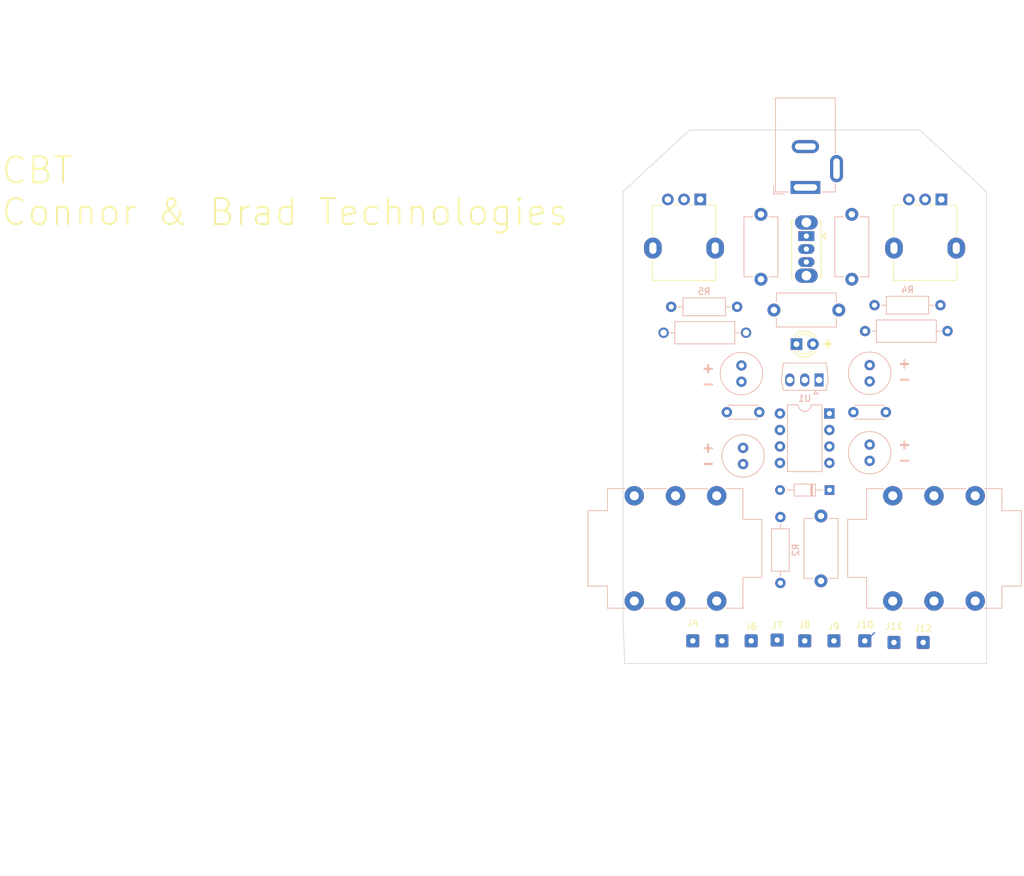
<source format=kicad_pcb>
(kicad_pcb (version 20240108) (generator "pcbnew") (generator_version "8.0")
  (layers (0 "F.Cu" signal) (31 "B.Cu" signal) (34 "B.Paste" user) (35 "F.Paste" user) (36 "B.SilkS" user "B.Silkscreen") (37 "F.SilkS" user "F.Silkscreen") (38 "B.Mask" user) (39 "F.Mask" user) (44 "Edge.Cuts" user))
  (net 0 "")
  (net 1 "+9V")
  (net 2 "0")
  (net 3 "Net-(C2-Pad2)")
  (net 4 "Audio In")
  (net 5 "Net-(SW1-C)")
  (net 6 "Net-(Q1-B)")
  (net 7 "Net-(Q1-C)")
  (net 8 "Net-(Q1-E)")
  (net 9 "Net-(SW1-A)")
  (net 12 "-9V")
  (net 13 "Net-(U1-CAP-)")
  (net 14 "Net-(D1-K)")
  (net 15 "Net-(J4-Pin_1)")
  (net 16 "Processed to SW")
  (net 17 "Power from 9V")
  (net 18 "Net-(J7-Pin_1)")
  (footprint "Connector_Wire:SolderWire-0.25sqmm_1x01_D0.65mm_OD2mm" (layer "F.Cu") (at 142 103.75)
    (property "Reference" "J6" (at 0 -2.2 0) (layer "F.SilkS"))
    (property "Value" "Processed to SW" (hide yes))
    (pad "1" thru_hole roundrect (at 0 0) (size 2 2) (drill 0.85) (layers "*.Cu" "*.Mask") (roundrect_rratio 0.125) (net 16 "Processed to SW"))
  )
  (footprint "Connector_Wire:SolderWire-0.25sqmm_1x01_D0.65mm_OD2mm" (layer "F.Cu") (at 137.5 103.75)
    (property "Reference" "J5" (hide yes))
    (property "Value" "Audio In" (hide yes))
    (pad "1" thru_hole roundrect (at 0 0) (size 2 2) (drill 0.85) (layers "*.Cu" "*.Mask") (roundrect_rratio 0.125) (net 4 "Audio In"))
  )
  (footprint "Button_Switch_THT:SW_Slide_SPDT_Straight_CK_OS102011MS2Q" (layer "F.Cu") (at 150.5 41.35 -90)
    (property "Reference" "SW1" (hide yes))
    (property "Value" "SW_Nidec_CAS-120A1" (hide yes))
    (fp_line (start -2.41 2.26) (end -2.41 1.95) (stroke (width 0.12)) (layer "F.SilkS"))
    (fp_line (start 6.41 2.26) (end -2.41 2.26) (stroke (width 0.12)) (layer "F.SilkS"))
    (fp_line (start 6.41 2.26) (end 6.41 1.95) (stroke (width 0.12)) (layer "F.SilkS"))
    (fp_line (start -2.41 -1.95) (end -2.41 -2.26) (stroke (width 0.12)) (layer "F.SilkS"))
    (fp_line (start -2.41 -2.26) (end 6.41 -2.26) (stroke (width 0.12)) (layer "F.SilkS"))
    (fp_line (start 6.41 -2.26) (end 6.41 -1.95) (stroke (width 0.12)) (layer "F.SilkS"))
    (fp_line (start 0 -2.46) (end 0.5 -2.96) (stroke (width 0.12)) (layer "F.SilkS"))
    (fp_line (start -0.5 -2.96) (end 0 -2.46) (stroke (width 0.12)) (layer "F.SilkS"))
    (fp_line (start 0.5 -2.96) (end -0.5 -2.96) (stroke (width 0.12)) (layer "F.SilkS"))
    (pad "" thru_hole oval (at -2.1 0 270) (size 2.2 3.5) (drill 1.5) (layers "*.Cu" "*.Mask"))
    (pad "" thru_hole oval (at 6.1 0 270) (size 2.2 3.5) (drill 1.5) (layers "*.Cu" "*.Mask"))
    (pad "1" thru_hole rect (at 0 0 270) (size 1.5 2.5) (drill 0.8) (layers "*.Cu" "*.Mask") (net 5 "Net-(SW1-C)"))
    (pad "2" thru_hole oval (at 2 0 270) (size 1.5 2.5) (drill 0.8) (layers "*.Cu" "*.Mask") (net 4 "Audio In"))
    (pad "3" thru_hole oval (at 4 0 270) (size 1.5 2.5) (drill 0.8) (layers "*.Cu" "*.Mask") (net 9 "Net-(SW1-A)"))
  )
  (footprint "LED_THT:LED_D3.0mm" (layer "F.Cu") (at 148.975 58)
    (property "Reference" "D1" (hide yes))
    (property "Value" "LED" (hide yes))
    (fp_line (start -0.29 -1.236) (end -0.29 -1.08) (stroke (width 0.12)) (layer "F.SilkS"))
    (fp_line (start -0.29 1.08) (end -0.29 1.236) (stroke (width 0.12)) (layer "F.SilkS"))
    (fp_arc (start -0.29 -1.235516) (mid 1.366487 -1.987659) (end 2.942335 -1.078608) (stroke (width 0.12)) (layer "F.SilkS"))
    (fp_arc (start 0.229039 -1.08) (mid 1.270117 -1.5) (end 2.31113 -1.079837) (stroke (width 0.12)) (layer "F.SilkS"))
    (fp_arc (start 2.31113 1.079837) (mid 1.270117 1.5) (end 0.229039 1.08) (stroke (width 0.12)) (layer "F.SilkS"))
    (fp_arc (start 2.942335 1.078608) (mid 1.366487 1.987659) (end -0.29 1.235516) (stroke (width 0.12)) (layer "F.SilkS"))
    (pad "1" thru_hole rect (at 0 0) (size 1.8 1.8) (drill 0.9) (layers "*.Cu" "*.Mask") (net 14 "Net-(D1-K)"))
    (pad "2" thru_hole circle (at 2.54 0) (size 1.8 1.8) (drill 0.9) (layers "*.Cu" "*.Mask") (net 1 "+9V"))
  )
  (footprint "Connector_Wire:SolderWire-0.25sqmm_1x01_D0.65mm_OD2mm" (layer "F.Cu") (at 146 103.625)
    (property "Reference" "J7" (at 0 -2.25 0) (layer "F.SilkS"))
    (property "Value" "Bypass" (hide yes))
    (pad "1" thru_hole roundrect (at 0 0) (size 2 2) (drill 0.85) (layers "*.Cu" "*.Mask") (roundrect_rratio 0.125) (net 18 "Net-(J7-Pin_1)"))
  )
  (footprint "Connector_Wire:SolderWire-0.25sqmm_1x01_D0.65mm_OD2mm" (layer "F.Cu") (at 150.25 103.75)
    (property "Reference" "J8" (at 0 -2.5 0) (layer "F.SilkS"))
    (property "Value" "Processed Out" (hide yes))
    (pad "1" thru_hole roundrect (at 0 0) (size 2 2) (drill 0.85) (layers "*.Cu" "*.Mask") (roundrect_rratio 0.125) (net 18 "Net-(J7-Pin_1)"))
  )
  (footprint "Connector_Wire:SolderWire-0.25sqmm_1x01_D0.65mm_OD2mm" (layer "F.Cu") (at 154.75 103.75)
    (property "Reference" "J9" (at 0 -2.2 0) (layer "F.SilkS"))
    (property "Value" "Power from 9V to SW" (hide yes))
    (pad "1" thru_hole roundrect (at 0 0) (size 2 2) (drill 0.85) (layers "*.Cu" "*.Mask") (roundrect_rratio 0.125) (net 17 "Power from 9V"))
  )
  (footprint "Potentiometer_THT:Potentiometer_Alpha_RD901F-40-00D_Single_Vertical" (layer "F.Cu") (at 134.15 35.7 -90)
    (property "Reference" "RV1" (hide yes))
    (property "Value" "10KA" (hide yes))
    (fp_line (start 0.88 7.37) (end 5.6 7.37) (stroke (width 0.12)) (layer "F.SilkS"))
    (fp_line (start 0.88 7.37) (end 0.88 5.88) (stroke (width 0.12)) (layer "F.SilkS"))
    (fp_line (start 9.41 7.37) (end 12.47 7.37) (stroke (width 0.12)) (layer "F.SilkS"))
    (fp_line (start 12.47 7.37) (end 12.47 -2.37) (stroke (width 0.12)) (layer "F.SilkS"))
    (fp_line (start 0.88 4.16) (end 0.88 3.33) (stroke (width 0.12)) (layer "F.SilkS"))
    (fp_line (start 0.88 1.71) (end 0.88 1.18) (stroke (width 0.12)) (layer "F.SilkS"))
    (fp_line (start 0.88 -1.19) (end 0.88 -2.37) (stroke (width 0.12)) (layer "F.SilkS"))
    (fp_line (start 9.41 -2.37) (end 12.47 -2.37) (stroke (width 0.12)) (layer "F.SilkS"))
    (fp_line (start 0.88 -2.38) (end 5.6 -2.38) (stroke (width 0.12)) (layer "F.SilkS"))
    (pad "" thru_hole oval (at 7.5 -2.3) (size 2.72 3.24) (drill oval 1.1 1.8) (layers "*.Cu" "*.Mask"))
    (pad "" thru_hole oval (at 7.5 7.3) (size 2.72 3.24) (drill oval 1.1 1.8) (layers "*.Cu" "*.Mask"))
    (pad "1" thru_hole rect (at 0 0) (size 1.8 1.8) (drill 1) (layers "*.Cu" "*.Mask") (net 12 "-9V"))
    (pad "2" thru_hole circle (at 0 2.5) (size 1.8 1.8) (drill 1) (layers "*.Cu" "*.Mask") (net 3 "Net-(C2-Pad2)"))
    (pad "3" thru_hole circle (at 0 5) (size 1.8 1.8) (drill 1) (layers "*.Cu" "*.Mask") (net 7 "Net-(Q1-C)"))
  )
  (footprint "Connector_Wire:SolderWire-0.25sqmm_1x01_D0.65mm_OD2mm" (layer "F.Cu") (at 133 103.75)
    (property "Reference" "J4" (at 0 -2.75 0) (layer "F.SilkS"))
    (property "Value" "Signal In" (hide yes))
    (pad "1" thru_hole roundrect (at 0 0) (size 2 2) (drill 0.85) (layers "*.Cu" "*.Mask") (roundrect_rratio 0.125) (net 15 "Net-(J4-Pin_1)"))
  )
  (footprint "Connector_Wire:SolderWire-0.25sqmm_1x01_D0.65mm_OD2mm" (layer "F.Cu") (at 159.5 103.75)
    (property "Reference" "J10" (at 0 -2.5 0) (layer "F.SilkS"))
    (property "Value" "Power from SW to PS" (hide yes))
    (pad "1" thru_hole roundrect (at 0 0) (size 2 2) (drill 0.85) (layers "*.Cu" "*.Mask") (roundrect_rratio 0.125) (net 1 "+9V"))
  )
  (footprint "Connector_Wire:SolderWire-0.25sqmm_1x01_D0.65mm_OD2mm" (layer "F.Cu") (at 164 104)
    (property "Reference" "J11" (at 0 -2.5 0) (layer "F.SilkS"))
    (property "Value" "+9V" (hide yes))
    (pad "1" thru_hole roundrect (at 0 0) (size 2 2) (drill 0.85) (layers "*.Cu" "*.Mask") (roundrect_rratio 0.125) (net 17 "Power from 9V"))
  )
  (footprint "Connector_Wire:SolderWire-0.25sqmm_1x01_D0.65mm_OD2mm" (layer "F.Cu") (at 168.5 104)
    (property "Reference" "J12" (at 0 -2.2 0) (layer "F.SilkS"))
    (property "Value" "-9V" (hide yes))
    (pad "1" thru_hole roundrect (at 0 0) (size 2 2) (drill 0.85) (layers "*.Cu" "*.Mask") (roundrect_rratio 0.125) (net 2 "0"))
  )
  (footprint "Potentiometer_THT:Potentiometer_Alpha_RD901F-40-00D_Single_Vertical" (layer "F.Cu") (at 171.3 35.7 -90)
    (property "Reference" "RV2" (hide yes))
    (property "Value" "100K" (hide yes))
    (fp_line (start 0.88 7.37) (end 5.6 7.37) (stroke (width 0.12)) (layer "F.SilkS"))
    (fp_line (start 0.88 7.37) (end 0.88 5.88) (stroke (width 0.12)) (layer "F.SilkS"))
    (fp_line (start 9.41 7.37) (end 12.47 7.37) (stroke (width 0.12)) (layer "F.SilkS"))
    (fp_line (start 12.47 7.37) (end 12.47 -2.37) (stroke (width 0.12)) (layer "F.SilkS"))
    (fp_line (start 0.88 4.16) (end 0.88 3.33) (stroke (width 0.12)) (layer "F.SilkS"))
    (fp_line (start 0.88 1.71) (end 0.88 1.18) (stroke (width 0.12)) (layer "F.SilkS"))
    (fp_line (start 0.88 -1.19) (end 0.88 -2.37) (stroke (width 0.12)) (layer "F.SilkS"))
    (fp_line (start 9.41 -2.37) (end 12.47 -2.37) (stroke (width 0.12)) (layer "F.SilkS"))
    (fp_line (start 0.88 -2.38) (end 5.6 -2.38) (stroke (width 0.12)) (layer "F.SilkS"))
    (pad "" thru_hole oval (at 7.5 -2.3) (size 2.72 3.24) (drill oval 1.1 1.8) (layers "*.Cu" "*.Mask"))
    (pad "" thru_hole oval (at 7.5 7.3) (size 2.72 3.24) (drill oval 1.1 1.8) (layers "*.Cu" "*.Mask"))
    (pad "1" thru_hole rect (at 0 0) (size 1.8 1.8) (drill 1) (layers "*.Cu" "*.Mask") (net 6 "Net-(Q1-B)"))
    (pad "2" thru_hole circle (at 0 2.5) (size 1.8 1.8) (drill 1) (layers "*.Cu" "*.Mask") (net 2 "0"))
    (pad "3" thru_hole circle (at 0 5) (size 1.8 1.8) (drill 1) (layers "*.Cu" "*.Mask") (net 2 "0"))
  )
  (footprint "Capacitor_THT:C_Disc_D4.3mm_W1.9mm_P5.00mm" (layer "B.Cu") (at 143.25 68.5 180)
    (property "Reference" "C7" (hide yes))
    (property "Value" "100n")
    (fp_line (start 4.77 1.07) (end 0.23 1.07) (stroke (width 0.12)) (layer "B.SilkS"))
    (fp_line (start 4.77 1.055) (end 4.77 1.07) (stroke (width 0.12)) (layer "B.SilkS"))
    (fp_line (start 4.77 -1.07) (end 4.77 -1.055) (stroke (width 0.12)) (layer "B.SilkS"))
    (fp_line (start 4.77 -1.07) (end 0.23 -1.07) (stroke (width 0.12)) (layer "B.SilkS"))
    (fp_line (start 0.23 1.055) (end 0.23 1.07) (stroke (width 0.12)) (layer "B.SilkS"))
    (fp_line (start 0.23 -1.07) (end 0.23 -1.055) (stroke (width 0.12)) (layer "B.SilkS"))
    (pad "1" thru_hole circle (at 0 0 180) (size 1.6 1.6) (drill 0.8) (layers "*.Cu" "*.Mask") (net 1 "+9V"))
    (pad "2" thru_hole circle (at 5 0 180) (size 1.6 1.6) (drill 0.8) (layers "*.Cu" "*.Mask") (net 12 "-9V"))
  )
  (footprint "Package_TO_SOT_THT:NEC_Molded_7x4x9mm" (layer "B.Cu") (at 151.95 63.528 180)
    (property "Reference" "Q1" (hide yes))
    (property "Value" "OC44")
    (fp_line (start 5.3 0) (end 5 -1.6) (stroke (width 0.12)) (layer "B.SilkS"))
    (fp_line (start 5 2.6) (end 5.3 0) (stroke (width 0.12)) (layer "B.SilkS"))
    (fp_line (start 5 -1.6) (end -1.6 -1.6) (stroke (width 0.12)) (layer "B.SilkS"))
    (fp_line (start 0.381 -2.159) (end -0.381 -2.159) (stroke (width 0.12)) (layer "B.SilkS"))
    (fp_line (start 0 -1.778) (end 0.381 -2.159) (stroke (width 0.12)) (layer "B.SilkS"))
    (fp_line (start -0.381 -2.159) (end 0 -1.778) (stroke (width 0.12)) (layer "B.SilkS"))
    (fp_line (start -1.6 -1.6) (end -1.9 0) (stroke (width 0.12)) (layer "B.SilkS"))
    (fp_line (start -1.65 2.6) (end 5 2.6) (stroke (width 0.12)) (layer "B.SilkS"))
    (fp_line (start -1.9 0) (end -1.65 2.6) (stroke (width 0.12)) (layer "B.SilkS"))
    (pad "1" thru_hole rect (at -0.5 0) (size 1.4 2) (drill 1) (layers "*.Cu" "*.Mask") (net 7 "Net-(Q1-C)"))
    (pad "2" thru_hole oval (at 1.7 0) (size 1.4 2) (drill 1) (layers "*.Cu" "*.Mask") (net 6 "Net-(Q1-B)"))
    (pad "3" thru_hole oval (at 4 0) (size 1.4 2) (drill 1) (layers "*.Cu" "*.Mask") (net 8 "Net-(Q1-E)"))
  )
  (footprint "Package_DIP:DIP-8_W7.62mm" (layer "B.Cu") (at 154.05 68.7 180)
    (property "Reference" "U1" (at 3.81 2.33 0) (layer "B.SilkS") (effects (justify mirror)))
    (property "Value" "MAX1044")
    (fp_line (start 6.46 1.33) (end 6.46 -8.95) (stroke (width 0.12)) (layer "B.SilkS"))
    (fp_line (start 6.46 -8.95) (end 1.16 -8.95) (stroke (width 0.12)) (layer "B.SilkS"))
    (fp_line (start 4.81 1.33) (end 6.46 1.33) (stroke (width 0.12)) (layer "B.SilkS"))
    (fp_line (start 1.16 1.33) (end 2.81 1.33) (stroke (width 0.12)) (layer "B.SilkS"))
    (fp_line (start 1.16 -8.95) (end 1.16 1.33) (stroke (width 0.12)) (layer "B.SilkS"))
    (fp_arc (start 2.81 1.33) (mid 3.81 0.33) (end 4.81 1.33) (stroke (width 0.12)) (layer "B.SilkS"))
    (pad "1" thru_hole rect (at 0 0 180) (size 1.6 1.6) (drill 0.8) (layers "*.Cu" "*.Mask") (net 1 "+9V"))
    (pad "2" thru_hole oval (at 0 -2.54 180) (size 1.6 1.6) (drill 0.8) (layers "*.Cu" "*.Mask") (net 2 "0"))
    (pad "3" thru_hole oval (at 0 -5.08 180) (size 1.6 1.6) (drill 0.8) (layers "*.Cu" "*.Mask") (net 2 "0"))
    (pad "4" thru_hole oval (at 0 -7.62 180) (size 1.6 1.6) (drill 0.8) (layers "*.Cu" "*.Mask") (net 13 "Net-(U1-CAP-)"))
    (pad "5" thru_hole oval (at 7.62 -7.62 180) (size 1.6 1.6) (drill 0.8) (layers "*.Cu" "*.Mask") (net 12 "-9V"))
    (pad "6" thru_hole oval (at 7.62 -5.08 180) (size 1.6 1.6) (drill 0.8) (layers "*.Cu" "*.Mask"))
    (pad "7" thru_hole oval (at 7.62 -2.54 180) (size 1.6 1.6) (drill 0.8) (layers "*.Cu" "*.Mask"))
    (pad "8" thru_hole oval (at 7.62 0 180) (size 1.6 1.6) (drill 0.8) (layers "*.Cu" "*.Mask") (net 1 "+9V"))
  )
  (footprint "Resistor_THT:R_Axial_DIN0309_L9.0mm_D3.2mm_P12.70mm_Horizontal" (layer "B.Cu") (at 172.25 56 180)
    (property "Reference" "R1" (hide yes))
    (property "Value" "470")
    (fp_line (start 10.97 1.72) (end 10.97 -1.72) (stroke (width 0.12)) (layer "B.SilkS"))
    (fp_line (start 10.97 0) (end 11.66 0) (stroke (width 0.12)) (layer "B.SilkS"))
    (fp_line (start 10.97 -1.72) (end 1.73 -1.72) (stroke (width 0.12)) (layer "B.SilkS"))
    (fp_line (start 1.73 1.72) (end 10.97 1.72) (stroke (width 0.12)) (layer "B.SilkS"))
    (fp_line (start 1.73 0) (end 1.04 0) (stroke (width 0.12)) (layer "B.SilkS"))
    (fp_line (start 1.73 -1.72) (end 1.73 1.72) (stroke (width 0.12)) (layer "B.SilkS"))
    (pad "1" thru_hole circle (at 0 0 180) (size 1.6 1.6) (drill 0.8) (layers "*.Cu" "*.Mask") (net 12 "-9V"))
    (pad "2" thru_hole oval (at 12.7 0 180) (size 1.6 1.6) (drill 0.8) (layers "*.Cu" "*.Mask") (net 6 "Net-(Q1-B)"))
  )
  (footprint "Capacitor_THT:C_Disc_D4.3mm_W1.9mm_P5.00mm" (layer "B.Cu") (at 162.75 68.5 180)
    (property "Reference" "C10" (hide yes))
    (property "Value" "100n")
    (fp_line (start 4.77 1.07) (end 0.23 1.07) (stroke (width 0.12)) (layer "B.SilkS"))
    (fp_line (start 4.77 1.055) (end 4.77 1.07) (stroke (width 0.12)) (layer "B.SilkS"))
    (fp_line (start 4.77 -1.07) (end 4.77 -1.055) (stroke (width 0.12)) (layer "B.SilkS"))
    (fp_line (start 4.77 -1.07) (end 0.23 -1.07) (stroke (width 0.12)) (layer "B.SilkS"))
    (fp_line (start 0.23 1.055) (end 0.23 1.07) (stroke (width 0.12)) (layer "B.SilkS"))
    (fp_line (start 0.23 -1.07) (end 0.23 -1.055) (stroke (width 0.12)) (layer "B.SilkS"))
    (pad "1" thru_hole circle (at 0 0 180) (size 1.6 1.6) (drill 0.8) (layers "*.Cu" "*.Mask") (net 2 "0"))
    (pad "2" thru_hole circle (at 5 0 180) (size 1.6 1.6) (drill 0.8) (layers "*.Cu" "*.Mask") (net 1 "+9V"))
  )
  (footprint "Connector_BarrelJack:BarrelJack_GCT_DCJ200-10-A_Horizontal" (layer "B.Cu") (at 150.35 33.85)
    (property "Reference" "J3" (hide yes))
    (property "Value" "Jack-DC")
    (fp_line (start -4.9 -0.3) (end -4.9 1) (stroke (width 0.12)) (layer "B.SilkS"))
    (fp_line (start -4.9 1) (end -3.2 1) (stroke (width 0.12)) (layer "B.SilkS"))
    (fp_line (start -4.6 -13.8) (end 4.6 -13.8) (stroke (width 0.12)) (layer "B.SilkS"))
    (fp_line (start -4.6 0.7) (end -4.6 -13.8) (stroke (width 0.12)) (layer "B.SilkS"))
    (fp_line (start -2.6 0.7) (end -4.6 0.7) (stroke (width 0.12)) (layer "B.SilkS"))
    (fp_line (start 4.6 -13.8) (end 4.6 -5.2) (stroke (width 0.12)) (layer "B.SilkS"))
    (fp_line (start 4.6 -0.6) (end 4.6 0.7) (stroke (width 0.12)) (layer "B.SilkS"))
    (fp_line (start 4.6 0.7) (end 2.6 0.7) (stroke (width 0.12)) (layer "B.SilkS"))
    (pad "1" thru_hole rect (at 0 0) (size 4.6 2) (drill oval 3.6 1) (layers "*.Cu" "*.Mask") (net 17 "Power from 9V"))
    (pad "2" thru_hole oval (at 0 -6.3) (size 4.2 2) (drill oval 3.2 1) (layers "*.Cu" "*.Mask") (net 2 "0"))
    (pad "3" thru_hole oval (at 4.8 -2.9) (size 2 4.2) (drill oval 1 3.2) (layers "*.Cu" "*.Mask"))
  )
  (footprint "Resistor_THT:R_Axial_DIN0207_L6.3mm_D2.5mm_P10.16mm_Horizontal" (layer "B.Cu") (at 146.5 94.83 90)
    (property "Reference" "R2" (at 5.08 2.37 90) (layer "B.SilkS") (effects (justify mirror)))
    (property "Value" "1M")
    (fp_line (start 8.35 -1.37) (end 1.81 -1.37) (stroke (width 0.12)) (layer "B.SilkS"))
    (fp_line (start 1.81 -1.37) (end 1.81 1.37) (stroke (width 0.12)) (layer "B.SilkS"))
    (fp_line (start 8.35 0) (end 9.12 0) (stroke (width 0.12)) (layer "B.SilkS"))
    (fp_line (start 1.81 0) (end 1.04 0) (stroke (width 0.12)) (layer "B.SilkS"))
    (fp_line (start 8.35 1.37) (end 8.35 -1.37) (stroke (width 0.12)) (layer "B.SilkS"))
    (fp_line (start 1.81 1.37) (end 8.35 1.37) (stroke (width 0.12)) (layer "B.SilkS"))
    (pad "1" thru_hole circle (at 0 0 90) (size 1.6 1.6) (drill 0.8) (layers "*.Cu" "*.Mask") (net 16 "Processed to SW"))
    (pad "2" thru_hole oval (at 10.16 0 90) (size 1.6 1.6) (drill 0.8) (layers "*.Cu" "*.Mask") (net 2 "0"))
  )
  (footprint "Capacitor_THT:C_Disc_D9.0mm_W5.0mm_P10.00mm" (layer "B.Cu") (at 143.5 48 90)
    (property "Reference" "C4" (hide yes))
    (property "Value" "10n")
    (fp_line (start 9.62 -2.62) (end 0.38 -2.62) (stroke (width 0.12)) (layer "B.SilkS"))
    (fp_line (start 9.62 -2.62) (end 9.62 -1.256) (stroke (width 0.12)) (layer "B.SilkS"))
    (fp_line (start 0.38 -2.62) (end 0.38 -1.256) (stroke (width 0.12)) (layer "B.SilkS"))
    (fp_line (start 9.62 1.256) (end 9.62 2.62) (stroke (width 0.12)) (layer "B.SilkS"))
    (fp_line (start 0.38 1.256) (end 0.38 2.62) (stroke (width 0.12)) (layer "B.SilkS"))
    (fp_line (start 9.62 2.62) (end 0.38 2.62) (stroke (width 0.12)) (layer "B.SilkS"))
    (pad "1" thru_hole circle (at 0 0 90) (size 2 2) (drill 1) (layers "*.Cu" "*.Mask") (net 6 "Net-(Q1-B)"))
    (pad "2" thru_hole circle (at 10 0 90) (size 2 2) (drill 1) (layers "*.Cu" "*.Mask") (net 5 "Net-(SW1-C)"))
  )
  (footprint "Capacitor_THT:C_Disc_D9.0mm_W5.0mm_P10.00mm" (layer "B.Cu") (at 152.75 84.5 -90)
    (property "Reference" "C2" (hide yes))
    (property "Value" "10n")
    (fp_line (start 9.62 2.62) (end 0.38 2.62) (stroke (width 0.12)) (layer "B.SilkS"))
    (fp_line (start 0.38 1.256) (end 0.38 2.62) (stroke (width 0.12)) (layer "B.SilkS"))
    (fp_line (start 9.62 1.256) (end 9.62 2.62) (stroke (width 0.12)) (layer "B.SilkS"))
    (fp_line (start 0.38 -2.62) (end 0.38 -1.256) (stroke (width 0.12)) (layer "B.SilkS"))
    (fp_line (start 9.62 -2.62) (end 9.62 -1.256) (stroke (width 0.12)) (layer "B.SilkS"))
    (fp_line (start 9.62 -2.62) (end 0.38 -2.62) (stroke (width 0.12)) (layer "B.SilkS"))
    (pad "1" thru_hole circle (at 0 0 270) (size 2 2) (drill 1) (layers "*.Cu" "*.Mask") (net 16 "Processed to SW"))
    (pad "2" thru_hole circle (at 10 0 270) (size 2 2) (drill 1) (layers "*.Cu" "*.Mask") (net 3 "Net-(C2-Pad2)"))
  )
  (footprint "Resistor_THT:R_Axial_DIN0207_L6.3mm_D2.5mm_P10.16mm_Horizontal" (layer "B.Cu") (at 139.83 52.25 180)
    (property "Reference" "R5" (at 5.08 2.37 0) (layer "B.SilkS") (effects (justify mirror)))
    (property "Value" "10K")
    (fp_line (start 8.35 1.37) (end 8.35 -1.37) (stroke (width 0.12)) (layer "B.SilkS"))
    (fp_line (start 8.35 0) (end 9.12 0) (stroke (width 0.12)) (layer "B.SilkS"))
    (fp_line (start 8.35 -1.37) (end 1.81 -1.37) (stroke (width 0.12)) (layer "B.SilkS"))
    (fp_line (start 1.81 1.37) (end 8.35 1.37) (stroke (width 0.12)) (layer "B.SilkS"))
    (fp_line (start 1.81 0) (end 1.04 0) (stroke (width 0.12)) (layer "B.SilkS"))
    (fp_line (start 1.81 -1.37) (end 1.81 1.37) (stroke (width 0.12)) (layer "B.SilkS"))
    (pad "1" thru_hole circle (at 0 0 180) (size 1.6 1.6) (drill 0.8) (layers "*.Cu" "*.Mask") (net 14 "Net-(D1-K)"))
    (pad "2" thru_hole oval (at 10.16 0 180) (size 1.6 1.6) (drill 0.8) (layers "*.Cu" "*.Mask") (net 2 "0"))
  )
  (footprint "Capacitor_THT:C_Disc_D9.0mm_W5.0mm_P10.00mm" (layer "B.Cu") (at 145.5 52.75)
    (property "Reference" "C5" (hide yes))
    (property "Value" "5n")
    (fp_line (start 0.38 -2.62) (end 0.38 -1.256) (stroke (width 0.12)) (layer "B.SilkS"))
    (fp_line (start 0.38 1.256) (end 0.38 2.62) (stroke (width 0.12)) (layer "B.SilkS"))
    (fp_line (start 9.62 -2.62) (end 0.38 -2.62) (stroke (width 0.12)) (layer "B.SilkS"))
    (fp_line (start 9.62 -2.62) (end 9.62 -1.256) (stroke (width 0.12)) (layer "B.SilkS"))
    (fp_line (start 9.62 1.256) (end 9.62 2.62) (stroke (width 0.12)) (layer "B.SilkS"))
    (fp_line (start 9.62 2.62) (end 0.38 2.62) (stroke (width 0.12)) (layer "B.SilkS"))
    (pad "1" thru_hole circle (at 0 0) (size 2 2) (drill 1) (layers "*.Cu" "*.Mask") (net 6 "Net-(Q1-B)"))
    (pad "2" thru_hole circle (at 10 0) (size 2 2) (drill 1) (layers "*.Cu" "*.Mask") (net 9 "Net-(SW1-A)"))
  )
  (footprint "Resistor_THT:R_Axial_DIN0207_L6.3mm_D2.5mm_P10.16mm_Horizontal" (layer "B.Cu") (at 171.16 52 180)
    (property "Reference" "R4" (at 5.08 2.37 0) (layer "B.SilkS") (effects (justify mirror)))
    (property "Value" "1M")
    (fp_line (start 8.35 1.37) (end 8.35 -1.37) (stroke (width 0.12)) (layer "B.SilkS"))
    (fp_line (start 8.35 0) (end 9.12 0) (stroke (width 0.12)) (layer "B.SilkS"))
    (fp_line (start 8.35 -1.37) (end 1.81 -1.37) (stroke (width 0.12)) (layer "B.SilkS"))
    (fp_line (start 1.81 1.37) (end 8.35 1.37) (stroke (width 0.12)) (layer "B.SilkS"))
    (fp_line (start 1.81 0) (end 1.04 0) (stroke (width 0.12)) (layer "B.SilkS"))
    (fp_line (start 1.81 -1.37) (end 1.81 1.37) (stroke (width 0.12)) (layer "B.SilkS"))
    (pad "1" thru_hole circle (at 0 0 180) (size 1.6 1.6) (drill 0.8) (layers "*.Cu" "*.Mask") (net 4 "Audio In"))
    (pad "2" thru_hole oval (at 10.16 0 180) (size 1.6 1.6) (drill 0.8) (layers "*.Cu" "*.Mask") (net 2 "0"))
  )
  (footprint "Resistor_THT:R_Axial_DIN0309_L9.0mm_D3.2mm_P12.70mm_Horizontal" (layer "B.Cu") (at 141.2 56.25 180)
    (property "Reference" "R3" (hide yes))
    (property "Value" "3.9K")
    (fp_line (start 10.97 1.72) (end 10.97 -1.72) (stroke (width 0.12)) (layer "B.SilkS"))
    (fp_line (start 10.97 0) (end 11.66 0) (stroke (width 0.12)) (layer "B.SilkS"))
    (fp_line (start 10.97 -1.72) (end 1.73 -1.72) (stroke (width 0.12)) (layer "B.SilkS"))
    (fp_line (start 1.73 1.72) (end 10.97 1.72) (stroke (width 0.12)) (layer "B.SilkS"))
    (fp_line (start 1.73 0) (end 1.04 0) (stroke (width 0.12)) (layer "B.SilkS"))
    (fp_line (start 1.73 -1.72) (end 1.73 1.72) (stroke (width 0.12)) (layer "B.SilkS"))
    (pad "1" thru_hole circle (at 0 0 180) (size 1.6 1.6) (drill 1) (layers "*.Cu" "*.Mask") (net 8 "Net-(Q1-E)"))
    (pad "2" thru_hole oval (at 12.7 0 180) (size 1.6 1.6) (drill 1) (layers "*.Cu" "*.Mask") (net 2 "0"))
  )
  (footprint "1_Custom:9V" (layer "B.Cu") (at 148.5 121.75 -90)
    (property "Reference" "BT1" (hide yes))
    (property "Value" "9V")
  )
  (footprint "Capacitor_THT:C_Radial_D6.3mm_H11.0mm_P2.50mm" (layer "B.Cu") (at 140.75 74 -90)
    (property "Reference" "C6" (hide yes))
    (property "Value" "47u")
    (fp_circle (center 1.25 0) (end 4.52 0) (stroke (width 0.12)) (fill none) (layer "B.SilkS"))
    (pad "1" thru_hole circle (at 0 0 270) (size 1.6 1.6) (drill 0.8) (layers "*.Cu" "*.Mask") (net 1 "+9V"))
    (pad "2" thru_hole circle (at 2.5 0 270) (size 1.6 1.6) (drill 0.8) (layers "*.Cu" "*.Mask") (net 12 "-9V"))
  )
  (footprint "Capacitor_THT:C_Radial_D6.3mm_H11.0mm_P2.50mm" (layer "B.Cu") (at 160.25 61.25 -90)
    (property "Reference" "C9" (hide yes))
    (property "Value" "47u")
    (fp_circle (center 1.25 0) (end 4.52 0) (stroke (width 0.12)) (fill none) (layer "B.SilkS"))
    (pad "1" thru_hole circle (at 0 0 270) (size 1.6 1.6) (drill 0.8) (layers "*.Cu" "*.Mask") (net 1 "+9V"))
    (pad "2" thru_hole circle (at 2.5 0 270) (size 1.6 1.6) (drill 0.8) (layers "*.Cu" "*.Mask") (net 2 "0"))
  )
  (footprint "Capacitor_THT:C_Radial_D6.3mm_H11.0mm_P2.50mm" (layer "B.Cu") (at 160.25 76 90)
    (property "Reference" "C8" (hide yes))
    (property "Value" "47u")
    (fp_circle (center 1.25 0) (end 4.52 0) (stroke (width 0.12)) (fill none) (layer "B.SilkS"))
    (pad "1" thru_hole circle (at 0 0 90) (size 1.6 1.6) (drill 0.8) (layers "*.Cu" "*.Mask") (net 2 "0"))
    (pad "2" thru_hole circle (at 2.5 0 90) (size 1.6 1.6) (drill 0.8) (layers "*.Cu" "*.Mask") (net 13 "Net-(U1-CAP-)"))
  )
  (footprint "Connector_Audio:Jack_6.35mm_Neutrik_NMJ6HCD2_Horizontal" (layer "B.Cu") (at 136.685 81.385 180)
    (property "Reference" "J1" (hide yes))
    (property "Value" "AudioJack2")
    (fp_line (start 19.82 -2.295) (end 19.82 -13.935) (stroke (width 0.12)) (layer "B.SilkS"))
    (fp_line (start 19.82 -2.295) (end 16.82 -2.295) (stroke (width 0.12)) (layer "B.SilkS"))
    (fp_line (start 19.82 -13.935) (end 16.82 -13.935) (stroke (width 0.12)) (layer "B.SilkS"))
    (fp_line (start 16.82 1.105) (end 16.82 -2.295) (stroke (width 0.12)) (layer "B.SilkS"))
    (fp_line (start 16.82 -13.935) (end 16.82 -17.335) (stroke (width 0.12)) (layer "B.SilkS"))
    (fp_line (start 14.1 1.105) (end 16.82 1.105) (stroke (width 0.12)) (layer "B.SilkS"))
    (fp_line (start 14.1 -17.335) (end 16.82 -17.335) (stroke (width 0.12)) (layer "B.SilkS"))
    (fp_line (start 11.3 1.105) (end 7.7 1.105) (stroke (width 0.12)) (layer "B.SilkS"))
    (fp_line (start 7.7 -17.335) (end 11.3 -17.335) (stroke (width 0.12)) (layer "B.SilkS"))
    (fp_line (start 5 1.105) (end 1.4 1.105) (stroke (width 0.12)) (layer "B.SilkS"))
    (fp_line (start 1.4 -17.335) (end 5 -17.335) (stroke (width 0.12)) (layer "B.SilkS"))
    (fp_line (start -1.4 1.105) (end -4.03 1.105) (stroke (width 0.12)) (layer "B.SilkS"))
    (fp_line (start -4.03 1.105) (end -4.03 -3.645) (stroke (width 0.12)) (layer "B.SilkS"))
    (fp_line (start -4.03 -3.645) (end -6.95 -3.645) (stroke (width 0.12)) (layer "B.SilkS"))
    (fp_line (start -4.03 -12.585) (end -4.03 -17.335) (stroke (width 0.12)) (layer "B.SilkS"))
    (fp_line (start -4.03 -12.585) (end -6.95 -12.585) (stroke (width 0.12)) (layer "B.SilkS"))
    (fp_line (start -4.03 -17.335) (end -1.4 -17.335) (stroke (width 0.12)) (layer "B.SilkS"))
    (fp_line (start -6.95 -3.645) (end -6.95 -12.545) (stroke (width 0.12)) (layer "B.SilkS"))
    (pad "R" thru_hole circle (at 6.35 0 180) (size 3 3) (drill 1.4) (layers "*.Cu" "*.Mask"))
    (pad "RN" thru_hole circle (at 6.35 -16.23 180) (size 3 3) (drill 1.4) (layers "*.Cu" "*.Mask"))
    (pad "S" thru_hole circle (at 12.7 0 180) (size 3 3) (drill 1.4) (layers "*.Cu" "*.Mask") (net 2 "0"))
    (pad "SN" thru_hole circle (at 12.7 -16.23 180) (size 3 3) (drill 1.4) (layers "*.Cu" "*.Mask"))
    (pad "T" thru_hole circle (at 0 0 180) (size 3 3) (drill 1.4) (layers "*.Cu" "*.Mask") (net 15 "Net-(J4-Pin_1)"))
    (pad "TN" thru_hole circle (at 0 -16.23 180) (size 3 3) (drill 1.4) (layers "*.Cu" "*.Mask"))
  )
  (footprint "Diode_THT:D_DO-34_SOD68_P7.62mm_Horizontal" (layer "B.Cu") (at 154.065 80.5 180)
    (property "Reference" "D2" (hide yes))
    (property "Value" "D1N4148")
    (fp_line (start 5.45 0.92) (end 5.45 -0.92) (stroke (width 0.12)) (layer "B.SilkS"))
    (fp_line (start 5.45 0) (end 6.63 0) (stroke (width 0.12)) (layer "B.SilkS"))
    (fp_line (start 5.45 -0.92) (end 2.17 -0.92) (stroke (width 0.12)) (layer "B.SilkS"))
    (fp_line (start 2.866 -0.92) (end 2.866 0.92) (stroke (width 0.12)) (layer "B.SilkS"))
    (fp_line (start 2.746 -0.92) (end 2.746 0.92) (stroke (width 0.12)) (layer "B.SilkS"))
    (fp_line (start 2.626 -0.92) (end 2.626 0.92) (stroke (width 0.12)) (layer "B.SilkS"))
    (fp_line (start 2.17 0.92) (end 5.45 0.92) (stroke (width 0.12)) (layer "B.SilkS"))
    (fp_line (start 2.17 0) (end 0.99 0) (stroke (width 0.12)) (layer "B.SilkS"))
    (fp_line (start 2.17 -0.92) (end 2.17 0.92) (stroke (width 0.12)) (layer "B.SilkS"))
    (pad "1" thru_hole rect (at 0 0 180) (size 1.5 1.5) (drill 0.75) (layers "*.Cu" "*.Mask") (net 1 "+9V"))
    (pad "2" thru_hole oval (at 7.62 0 180) (size 1.5 1.5) (drill 0.75) (layers "*.Cu" "*.Mask") (net 2 "0"))
  )
  (footprint "Capacitor_THT:C_Disc_D9.0mm_W5.0mm_P10.00mm" (layer "B.Cu") (at 157.5 38 -90)
    (property "Reference" "C1" (hide yes))
    (property "Value" "5n")
    (fp_line (start 9.62 2.62) (end 0.38 2.62) (stroke (width 0.12)) (layer "B.SilkS"))
    (fp_line (start 0.38 1.256) (end 0.38 2.62) (stroke (width 0.12)) (layer "B.SilkS"))
    (fp_line (start 9.62 1.256) (end 9.62 2.62) (stroke (width 0.12)) (layer "B.SilkS"))
    (fp_line (start 0.38 -2.62) (end 0.38 -1.256) (stroke (width 0.12)) (layer "B.SilkS"))
    (fp_line (start 9.62 -2.62) (end 9.62 -1.256) (stroke (width 0.12)) (layer "B.SilkS"))
    (fp_line (start 9.62 -2.62) (end 0.38 -2.62) (stroke (width 0.12)) (layer "B.SilkS"))
    (pad "1" thru_hole circle (at 0 0 270) (size 2 2) (drill 1) (layers "*.Cu" "*.Mask") (net 6 "Net-(Q1-B)"))
    (pad "2" thru_hole circle (at 10 0 270) (size 2 2) (drill 1) (layers "*.Cu" "*.Mask") (net 4 "Audio In"))
  )
  (footprint "Connector_Audio:Jack_6.35mm_Neutrik_NMJ6HCD2_Horizontal" (layer "B.Cu") (at 163.815 97.615)
    (property "Reference" "J2" (hide yes))
    (property "Value" "AudioJack2")
    (fp_line (start -6.95 -3.645) (end -6.95 -12.545) (stroke (width 0.12)) (layer "B.SilkS"))
    (fp_line (start -4.03 -17.335) (end -1.4 -17.335) (stroke (width 0.12)) (layer "B.SilkS"))
    (fp_line (start -4.03 -12.585) (end -6.95 -12.585) (stroke (width 0.12)) (layer "B.SilkS"))
    (fp_line (start -4.03 -12.585) (end -4.03 -17.335) (stroke (width 0.12)) (layer "B.SilkS"))
    (fp_line (start -4.03 -3.645) (end -6.95 -3.645) (stroke (width 0.12)) (layer "B.SilkS"))
    (fp_line (start -4.03 1.105) (end -4.03 -3.645) (stroke (width 0.12)) (layer "B.SilkS"))
    (fp_line (start -1.4 1.105) (end -4.03 1.105) (stroke (width 0.12)) (layer "B.SilkS"))
    (fp_line (start 1.4 -17.335) (end 5 -17.335) (stroke (width 0.12)) (layer "B.SilkS"))
    (fp_line (start 5 1.105) (end 1.4 1.105) (stroke (width 0.12)) (layer "B.SilkS"))
    (fp_line (start 7.7 -17.335) (end 11.3 -17.335) (stroke (width 0.12)) (layer "B.SilkS"))
    (fp_line (start 11.3 1.105) (end 7.7 1.105) (stroke (width 0.12)) (layer "B.SilkS"))
    (fp_line (start 14.1 -17.335) (end 16.82 -17.335) (stroke (width 0.12)) (layer "B.SilkS"))
    (fp_line (start 14.1 1.105) (end 16.82 1.105) (stroke (width 0.12)) (layer "B.SilkS"))
    (fp_line (start 16.82 -13.935) (end 16.82 -17.335) (stroke (width 0.12)) (layer "B.SilkS"))
    (fp_line (start 16.82 1.105) (end 16.82 -2.295) (stroke (width 0.12)) (layer "B.SilkS"))
    (fp_line (start 19.82 -13.935) (end 16.82 -13.935) (stroke (width 0.12)) (layer "B.SilkS"))
    (fp_line (start 19.82 -2.295) (end 16.82 -2.295) (stroke (width 0.12)) (layer "B.SilkS"))
    (fp_line (start 19.82 -2.295) (end 19.82 -13.935) (stroke (width 0.12)) (layer "B.SilkS"))
    (pad "R" thru_hole circle (at 6.35 0) (size 3 3) (drill 1.4) (layers "*.Cu" "*.Mask"))
    (pad "RN" thru_hole circle (at 6.35 -16.23) (size 3 3) (drill 1.4) (layers "*.Cu" "*.Mask"))
    (pad "S" thru_hole circle (at 12.7 0) (size 3 3) (drill 1.4) (layers "*.Cu" "*.Mask") (net 2 "0"))
    (pad "SN" thru_hole circle (at 12.7 -16.23) (size 3 3) (drill 1.4) (layers "*.Cu" "*.Mask"))
    (pad "T" thru_hole circle (at 0 0) (size 3 3) (drill 1.4) (layers "*.Cu" "*.Mask") (net 18 "Net-(J7-Pin_1)"))
    (pad "TN" thru_hole circle (at 0 -16.23) (size 3 3) (drill 1.4) (layers "*.Cu" "*.Mask"))
  )
  (footprint "Capacitor_THT:C_Radial_D6.3mm_H11.0mm_P2.50mm" (layer "B.Cu") (at 140.5 63.8 90)
    (property "Reference" "C3" (hide yes))
    (property "Value" "47u")
    (fp_circle (center 1.25 0) (end 4.52 0) (stroke (width 0.12)) (fill none) (layer "B.SilkS"))
    (pad "1" thru_hole circle (at 0 0 90) (size 1.6 1.6) (drill 0.8) (layers "*.Cu" "*.Mask") (net 2 "0"))
    (pad "2" thru_hole circle (at 2.5 0 90) (size 1.6 1.6) (drill 0.8) (layers "*.Cu" "*.Mask") (net 8 "Net-(Q1-E)"))
  )
  (gr_poly (pts (xy 132.5 25) (xy 168 25) (xy 178.25 34.5) (xy 178.25 107.25) (xy 122.5 107.25) (xy 122.25 100.25) (xy 122.25 34.5)) (stroke (width 0.1)) (fill none) (layer "Edge.Cuts"))
  (gr_text "+\n-" (at 166.75 64.25 -0) (layer "B.SilkS") (effects (font (size 1.5 1.5) (thickness 0.3) (bold yes)) (justify left bottom mirror)))
  (gr_text "+\n-" (at 136.5 65 -0) (layer "B.SilkS") (effects (font (size 1.5 1.5) (thickness 0.3) (bold yes)) (justify left bottom mirror)))
  (gr_text "+\n-" (at 166.75 76.75 -0) (layer "B.SilkS") (effects (font (size 1.5 1.5) (thickness 0.3) (bold yes)) (justify left bottom mirror)))
  (gr_text "+\n-" (at 136.5 77.25 -0) (layer "B.SilkS") (effects (font (size 1.5 1.5) (thickness 0.3) (bold yes)) (justify left bottom mirror)))
  (gr_text "+" (at 155 58.75 0) (layer "F.SilkS") (effects (font (size 1.5 1.5) (thickness 0.3) (bold yes)) (justify left bottom mirror)))
  (gr_text "CBT\nConnor & Brad Technologies" (at 26.25 40 0) (layer "F.SilkS") (effects (font (size 4 4) (thickness 0.3) (bold yes)) (justify left bottom)))
  (segment (start 161 102.5) (end 159.75 103.75) (width 0.2) (layer "B.Cu") (net 1))
  (segment (start 159.75 103.75) (end 159.5 103.75) (width 0.2) (layer "B.Cu") (net 1))
  (segment (start 142.19 103.94) (end 142 103.75) (width 0.2) (layer "F.Cu") (net 16))
  (segment (start 146 103.625) (end 146 102.875) (width 0.2) (layer "F.Cu") (net 18))
)
</source>
